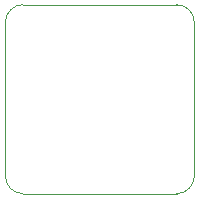
<source format=gbr>
G04 #@! TF.GenerationSoftware,KiCad,Pcbnew,(6.0.0)*
G04 #@! TF.CreationDate,2022-01-16T21:37:01+08:00*
G04 #@! TF.ProjectId,bldc_motor_encoder,626c6463-5f6d-46f7-946f-725f656e636f,rev?*
G04 #@! TF.SameCoordinates,Original*
G04 #@! TF.FileFunction,Profile,NP*
%FSLAX46Y46*%
G04 Gerber Fmt 4.6, Leading zero omitted, Abs format (unit mm)*
G04 Created by KiCad (PCBNEW (6.0.0)) date 2022-01-16 21:37:01*
%MOMM*%
%LPD*%
G01*
G04 APERTURE LIST*
G04 #@! TA.AperFunction,Profile*
%ADD10C,0.100000*%
G04 #@! TD*
G04 APERTURE END LIST*
D10*
X100000002Y-98500000D02*
G75*
G03*
X101500000Y-100000000I1499998J-2D01*
G01*
X114500000Y-99999998D02*
G75*
G03*
X116000000Y-98500000I2J1499998D01*
G01*
X115999998Y-85500000D02*
G75*
G03*
X114500000Y-84000000I-1499998J2D01*
G01*
X101500000Y-84000002D02*
G75*
G03*
X100000000Y-85500000I-2J-1499998D01*
G01*
X116000000Y-98500000D02*
X116000000Y-85500000D01*
X114500000Y-84000000D02*
X101500000Y-84000000D01*
X100000000Y-85500000D02*
X100000000Y-98500000D01*
X101500000Y-100000000D02*
X114500000Y-100000000D01*
M02*

</source>
